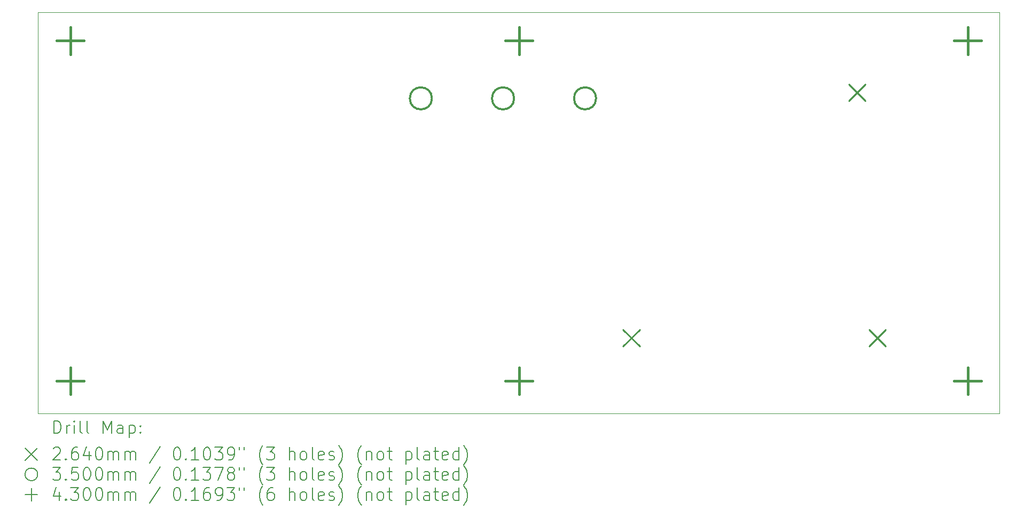
<source format=gbr>
%TF.GenerationSoftware,KiCad,Pcbnew,(6.0.7)*%
%TF.CreationDate,2022-10-11T16:46:08-05:00*%
%TF.ProjectId,cut down control board,63757420-646f-4776-9e20-636f6e74726f,rev?*%
%TF.SameCoordinates,Original*%
%TF.FileFunction,Drillmap*%
%TF.FilePolarity,Positive*%
%FSLAX45Y45*%
G04 Gerber Fmt 4.5, Leading zero omitted, Abs format (unit mm)*
G04 Created by KiCad (PCBNEW (6.0.7)) date 2022-10-11 16:46:08*
%MOMM*%
%LPD*%
G01*
G04 APERTURE LIST*
%ADD10C,0.100000*%
%ADD11C,0.200000*%
%ADD12C,0.264000*%
%ADD13C,0.350000*%
%ADD14C,0.430000*%
G04 APERTURE END LIST*
D10*
X7558119Y-6779038D02*
X22800403Y-6779038D01*
X22800403Y-6779038D02*
X22800403Y-13144880D01*
X22800403Y-13144880D02*
X7558119Y-13144880D01*
X7558119Y-13144880D02*
X7558119Y-6779038D01*
D11*
D12*
X16832532Y-11812921D02*
X17096532Y-12076921D01*
X17096532Y-11812921D02*
X16832532Y-12076921D01*
X20410032Y-7918376D02*
X20674032Y-8182376D01*
X20674032Y-7918376D02*
X20410032Y-8182376D01*
X20728775Y-11812609D02*
X20992775Y-12076609D01*
X20992775Y-11812609D02*
X20728775Y-12076609D01*
D13*
X13801986Y-8142424D02*
G75*
G03*
X13801986Y-8142424I-175000J0D01*
G01*
X15104679Y-8142424D02*
G75*
G03*
X15104679Y-8142424I-175000J0D01*
G01*
X16404373Y-8142424D02*
G75*
G03*
X16404373Y-8142424I-175000J0D01*
G01*
D14*
X8071679Y-7012758D02*
X8071679Y-7442758D01*
X7856679Y-7227758D02*
X8286679Y-7227758D01*
X8071679Y-12411612D02*
X8071679Y-12841612D01*
X7856679Y-12626612D02*
X8286679Y-12626612D01*
X15183679Y-7012758D02*
X15183679Y-7442758D01*
X14968679Y-7227758D02*
X15398679Y-7227758D01*
X15183679Y-12411612D02*
X15183679Y-12841612D01*
X14968679Y-12626612D02*
X15398679Y-12626612D01*
X22295679Y-7012758D02*
X22295679Y-7442758D01*
X22080679Y-7227758D02*
X22510679Y-7227758D01*
X22295679Y-12411612D02*
X22295679Y-12841612D01*
X22080679Y-12626612D02*
X22510679Y-12626612D01*
D11*
X7810738Y-13460356D02*
X7810738Y-13260356D01*
X7858357Y-13260356D01*
X7886928Y-13269880D01*
X7905976Y-13288928D01*
X7915500Y-13307975D01*
X7925024Y-13346070D01*
X7925024Y-13374642D01*
X7915500Y-13412737D01*
X7905976Y-13431785D01*
X7886928Y-13450832D01*
X7858357Y-13460356D01*
X7810738Y-13460356D01*
X8010738Y-13460356D02*
X8010738Y-13327023D01*
X8010738Y-13365118D02*
X8020262Y-13346070D01*
X8029785Y-13336547D01*
X8048833Y-13327023D01*
X8067881Y-13327023D01*
X8134547Y-13460356D02*
X8134547Y-13327023D01*
X8134547Y-13260356D02*
X8125024Y-13269880D01*
X8134547Y-13279404D01*
X8144071Y-13269880D01*
X8134547Y-13260356D01*
X8134547Y-13279404D01*
X8258357Y-13460356D02*
X8239309Y-13450832D01*
X8229785Y-13431785D01*
X8229785Y-13260356D01*
X8363119Y-13460356D02*
X8344071Y-13450832D01*
X8334547Y-13431785D01*
X8334547Y-13260356D01*
X8591690Y-13460356D02*
X8591690Y-13260356D01*
X8658357Y-13403213D01*
X8725024Y-13260356D01*
X8725024Y-13460356D01*
X8905976Y-13460356D02*
X8905976Y-13355594D01*
X8896452Y-13336547D01*
X8877405Y-13327023D01*
X8839309Y-13327023D01*
X8820262Y-13336547D01*
X8905976Y-13450832D02*
X8886928Y-13460356D01*
X8839309Y-13460356D01*
X8820262Y-13450832D01*
X8810738Y-13431785D01*
X8810738Y-13412737D01*
X8820262Y-13393690D01*
X8839309Y-13384166D01*
X8886928Y-13384166D01*
X8905976Y-13374642D01*
X9001214Y-13327023D02*
X9001214Y-13527023D01*
X9001214Y-13336547D02*
X9020262Y-13327023D01*
X9058357Y-13327023D01*
X9077405Y-13336547D01*
X9086928Y-13346070D01*
X9096452Y-13365118D01*
X9096452Y-13422261D01*
X9086928Y-13441309D01*
X9077405Y-13450832D01*
X9058357Y-13460356D01*
X9020262Y-13460356D01*
X9001214Y-13450832D01*
X9182167Y-13441309D02*
X9191690Y-13450832D01*
X9182167Y-13460356D01*
X9172643Y-13450832D01*
X9182167Y-13441309D01*
X9182167Y-13460356D01*
X9182167Y-13336547D02*
X9191690Y-13346070D01*
X9182167Y-13355594D01*
X9172643Y-13346070D01*
X9182167Y-13336547D01*
X9182167Y-13355594D01*
X7353119Y-13689880D02*
X7553119Y-13889880D01*
X7553119Y-13689880D02*
X7353119Y-13889880D01*
X7801214Y-13699404D02*
X7810738Y-13689880D01*
X7829785Y-13680356D01*
X7877405Y-13680356D01*
X7896452Y-13689880D01*
X7905976Y-13699404D01*
X7915500Y-13718451D01*
X7915500Y-13737499D01*
X7905976Y-13766070D01*
X7791690Y-13880356D01*
X7915500Y-13880356D01*
X8001214Y-13861309D02*
X8010738Y-13870832D01*
X8001214Y-13880356D01*
X7991690Y-13870832D01*
X8001214Y-13861309D01*
X8001214Y-13880356D01*
X8182166Y-13680356D02*
X8144071Y-13680356D01*
X8125024Y-13689880D01*
X8115500Y-13699404D01*
X8096452Y-13727975D01*
X8086928Y-13766070D01*
X8086928Y-13842261D01*
X8096452Y-13861309D01*
X8105976Y-13870832D01*
X8125024Y-13880356D01*
X8163119Y-13880356D01*
X8182166Y-13870832D01*
X8191690Y-13861309D01*
X8201214Y-13842261D01*
X8201214Y-13794642D01*
X8191690Y-13775594D01*
X8182166Y-13766070D01*
X8163119Y-13756547D01*
X8125024Y-13756547D01*
X8105976Y-13766070D01*
X8096452Y-13775594D01*
X8086928Y-13794642D01*
X8372643Y-13747023D02*
X8372643Y-13880356D01*
X8325024Y-13670832D02*
X8277405Y-13813690D01*
X8401214Y-13813690D01*
X8515500Y-13680356D02*
X8534547Y-13680356D01*
X8553595Y-13689880D01*
X8563119Y-13699404D01*
X8572643Y-13718451D01*
X8582167Y-13756547D01*
X8582167Y-13804166D01*
X8572643Y-13842261D01*
X8563119Y-13861309D01*
X8553595Y-13870832D01*
X8534547Y-13880356D01*
X8515500Y-13880356D01*
X8496452Y-13870832D01*
X8486928Y-13861309D01*
X8477405Y-13842261D01*
X8467881Y-13804166D01*
X8467881Y-13756547D01*
X8477405Y-13718451D01*
X8486928Y-13699404D01*
X8496452Y-13689880D01*
X8515500Y-13680356D01*
X8667881Y-13880356D02*
X8667881Y-13747023D01*
X8667881Y-13766070D02*
X8677405Y-13756547D01*
X8696452Y-13747023D01*
X8725024Y-13747023D01*
X8744071Y-13756547D01*
X8753595Y-13775594D01*
X8753595Y-13880356D01*
X8753595Y-13775594D02*
X8763119Y-13756547D01*
X8782167Y-13747023D01*
X8810738Y-13747023D01*
X8829786Y-13756547D01*
X8839309Y-13775594D01*
X8839309Y-13880356D01*
X8934547Y-13880356D02*
X8934547Y-13747023D01*
X8934547Y-13766070D02*
X8944071Y-13756547D01*
X8963119Y-13747023D01*
X8991690Y-13747023D01*
X9010738Y-13756547D01*
X9020262Y-13775594D01*
X9020262Y-13880356D01*
X9020262Y-13775594D02*
X9029786Y-13756547D01*
X9048833Y-13747023D01*
X9077405Y-13747023D01*
X9096452Y-13756547D01*
X9105976Y-13775594D01*
X9105976Y-13880356D01*
X9496452Y-13670832D02*
X9325024Y-13927975D01*
X9753595Y-13680356D02*
X9772643Y-13680356D01*
X9791690Y-13689880D01*
X9801214Y-13699404D01*
X9810738Y-13718451D01*
X9820262Y-13756547D01*
X9820262Y-13804166D01*
X9810738Y-13842261D01*
X9801214Y-13861309D01*
X9791690Y-13870832D01*
X9772643Y-13880356D01*
X9753595Y-13880356D01*
X9734547Y-13870832D01*
X9725024Y-13861309D01*
X9715500Y-13842261D01*
X9705976Y-13804166D01*
X9705976Y-13756547D01*
X9715500Y-13718451D01*
X9725024Y-13699404D01*
X9734547Y-13689880D01*
X9753595Y-13680356D01*
X9905976Y-13861309D02*
X9915500Y-13870832D01*
X9905976Y-13880356D01*
X9896452Y-13870832D01*
X9905976Y-13861309D01*
X9905976Y-13880356D01*
X10105976Y-13880356D02*
X9991690Y-13880356D01*
X10048833Y-13880356D02*
X10048833Y-13680356D01*
X10029786Y-13708928D01*
X10010738Y-13727975D01*
X9991690Y-13737499D01*
X10229786Y-13680356D02*
X10248833Y-13680356D01*
X10267881Y-13689880D01*
X10277405Y-13699404D01*
X10286928Y-13718451D01*
X10296452Y-13756547D01*
X10296452Y-13804166D01*
X10286928Y-13842261D01*
X10277405Y-13861309D01*
X10267881Y-13870832D01*
X10248833Y-13880356D01*
X10229786Y-13880356D01*
X10210738Y-13870832D01*
X10201214Y-13861309D01*
X10191690Y-13842261D01*
X10182167Y-13804166D01*
X10182167Y-13756547D01*
X10191690Y-13718451D01*
X10201214Y-13699404D01*
X10210738Y-13689880D01*
X10229786Y-13680356D01*
X10363119Y-13680356D02*
X10486928Y-13680356D01*
X10420262Y-13756547D01*
X10448833Y-13756547D01*
X10467881Y-13766070D01*
X10477405Y-13775594D01*
X10486928Y-13794642D01*
X10486928Y-13842261D01*
X10477405Y-13861309D01*
X10467881Y-13870832D01*
X10448833Y-13880356D01*
X10391690Y-13880356D01*
X10372643Y-13870832D01*
X10363119Y-13861309D01*
X10582167Y-13880356D02*
X10620262Y-13880356D01*
X10639309Y-13870832D01*
X10648833Y-13861309D01*
X10667881Y-13832737D01*
X10677405Y-13794642D01*
X10677405Y-13718451D01*
X10667881Y-13699404D01*
X10658357Y-13689880D01*
X10639309Y-13680356D01*
X10601214Y-13680356D01*
X10582167Y-13689880D01*
X10572643Y-13699404D01*
X10563119Y-13718451D01*
X10563119Y-13766070D01*
X10572643Y-13785118D01*
X10582167Y-13794642D01*
X10601214Y-13804166D01*
X10639309Y-13804166D01*
X10658357Y-13794642D01*
X10667881Y-13785118D01*
X10677405Y-13766070D01*
X10753595Y-13680356D02*
X10753595Y-13718451D01*
X10829786Y-13680356D02*
X10829786Y-13718451D01*
X11125024Y-13956547D02*
X11115500Y-13947023D01*
X11096452Y-13918451D01*
X11086928Y-13899404D01*
X11077405Y-13870832D01*
X11067881Y-13823213D01*
X11067881Y-13785118D01*
X11077405Y-13737499D01*
X11086928Y-13708928D01*
X11096452Y-13689880D01*
X11115500Y-13661309D01*
X11125024Y-13651785D01*
X11182167Y-13680356D02*
X11305976Y-13680356D01*
X11239309Y-13756547D01*
X11267881Y-13756547D01*
X11286928Y-13766070D01*
X11296452Y-13775594D01*
X11305976Y-13794642D01*
X11305976Y-13842261D01*
X11296452Y-13861309D01*
X11286928Y-13870832D01*
X11267881Y-13880356D01*
X11210738Y-13880356D01*
X11191690Y-13870832D01*
X11182167Y-13861309D01*
X11544071Y-13880356D02*
X11544071Y-13680356D01*
X11629785Y-13880356D02*
X11629785Y-13775594D01*
X11620262Y-13756547D01*
X11601214Y-13747023D01*
X11572643Y-13747023D01*
X11553595Y-13756547D01*
X11544071Y-13766070D01*
X11753595Y-13880356D02*
X11734547Y-13870832D01*
X11725024Y-13861309D01*
X11715500Y-13842261D01*
X11715500Y-13785118D01*
X11725024Y-13766070D01*
X11734547Y-13756547D01*
X11753595Y-13747023D01*
X11782166Y-13747023D01*
X11801214Y-13756547D01*
X11810738Y-13766070D01*
X11820262Y-13785118D01*
X11820262Y-13842261D01*
X11810738Y-13861309D01*
X11801214Y-13870832D01*
X11782166Y-13880356D01*
X11753595Y-13880356D01*
X11934547Y-13880356D02*
X11915500Y-13870832D01*
X11905976Y-13851785D01*
X11905976Y-13680356D01*
X12086928Y-13870832D02*
X12067881Y-13880356D01*
X12029785Y-13880356D01*
X12010738Y-13870832D01*
X12001214Y-13851785D01*
X12001214Y-13775594D01*
X12010738Y-13756547D01*
X12029785Y-13747023D01*
X12067881Y-13747023D01*
X12086928Y-13756547D01*
X12096452Y-13775594D01*
X12096452Y-13794642D01*
X12001214Y-13813690D01*
X12172643Y-13870832D02*
X12191690Y-13880356D01*
X12229785Y-13880356D01*
X12248833Y-13870832D01*
X12258357Y-13851785D01*
X12258357Y-13842261D01*
X12248833Y-13823213D01*
X12229785Y-13813690D01*
X12201214Y-13813690D01*
X12182166Y-13804166D01*
X12172643Y-13785118D01*
X12172643Y-13775594D01*
X12182166Y-13756547D01*
X12201214Y-13747023D01*
X12229785Y-13747023D01*
X12248833Y-13756547D01*
X12325024Y-13956547D02*
X12334547Y-13947023D01*
X12353595Y-13918451D01*
X12363119Y-13899404D01*
X12372643Y-13870832D01*
X12382166Y-13823213D01*
X12382166Y-13785118D01*
X12372643Y-13737499D01*
X12363119Y-13708928D01*
X12353595Y-13689880D01*
X12334547Y-13661309D01*
X12325024Y-13651785D01*
X12686928Y-13956547D02*
X12677405Y-13947023D01*
X12658357Y-13918451D01*
X12648833Y-13899404D01*
X12639309Y-13870832D01*
X12629785Y-13823213D01*
X12629785Y-13785118D01*
X12639309Y-13737499D01*
X12648833Y-13708928D01*
X12658357Y-13689880D01*
X12677405Y-13661309D01*
X12686928Y-13651785D01*
X12763119Y-13747023D02*
X12763119Y-13880356D01*
X12763119Y-13766070D02*
X12772643Y-13756547D01*
X12791690Y-13747023D01*
X12820262Y-13747023D01*
X12839309Y-13756547D01*
X12848833Y-13775594D01*
X12848833Y-13880356D01*
X12972643Y-13880356D02*
X12953595Y-13870832D01*
X12944071Y-13861309D01*
X12934547Y-13842261D01*
X12934547Y-13785118D01*
X12944071Y-13766070D01*
X12953595Y-13756547D01*
X12972643Y-13747023D01*
X13001214Y-13747023D01*
X13020262Y-13756547D01*
X13029785Y-13766070D01*
X13039309Y-13785118D01*
X13039309Y-13842261D01*
X13029785Y-13861309D01*
X13020262Y-13870832D01*
X13001214Y-13880356D01*
X12972643Y-13880356D01*
X13096452Y-13747023D02*
X13172643Y-13747023D01*
X13125024Y-13680356D02*
X13125024Y-13851785D01*
X13134547Y-13870832D01*
X13153595Y-13880356D01*
X13172643Y-13880356D01*
X13391690Y-13747023D02*
X13391690Y-13947023D01*
X13391690Y-13756547D02*
X13410738Y-13747023D01*
X13448833Y-13747023D01*
X13467881Y-13756547D01*
X13477405Y-13766070D01*
X13486928Y-13785118D01*
X13486928Y-13842261D01*
X13477405Y-13861309D01*
X13467881Y-13870832D01*
X13448833Y-13880356D01*
X13410738Y-13880356D01*
X13391690Y-13870832D01*
X13601214Y-13880356D02*
X13582166Y-13870832D01*
X13572643Y-13851785D01*
X13572643Y-13680356D01*
X13763119Y-13880356D02*
X13763119Y-13775594D01*
X13753595Y-13756547D01*
X13734547Y-13747023D01*
X13696452Y-13747023D01*
X13677405Y-13756547D01*
X13763119Y-13870832D02*
X13744071Y-13880356D01*
X13696452Y-13880356D01*
X13677405Y-13870832D01*
X13667881Y-13851785D01*
X13667881Y-13832737D01*
X13677405Y-13813690D01*
X13696452Y-13804166D01*
X13744071Y-13804166D01*
X13763119Y-13794642D01*
X13829785Y-13747023D02*
X13905976Y-13747023D01*
X13858357Y-13680356D02*
X13858357Y-13851785D01*
X13867881Y-13870832D01*
X13886928Y-13880356D01*
X13905976Y-13880356D01*
X14048833Y-13870832D02*
X14029785Y-13880356D01*
X13991690Y-13880356D01*
X13972643Y-13870832D01*
X13963119Y-13851785D01*
X13963119Y-13775594D01*
X13972643Y-13756547D01*
X13991690Y-13747023D01*
X14029785Y-13747023D01*
X14048833Y-13756547D01*
X14058357Y-13775594D01*
X14058357Y-13794642D01*
X13963119Y-13813690D01*
X14229785Y-13880356D02*
X14229785Y-13680356D01*
X14229785Y-13870832D02*
X14210738Y-13880356D01*
X14172643Y-13880356D01*
X14153595Y-13870832D01*
X14144071Y-13861309D01*
X14134547Y-13842261D01*
X14134547Y-13785118D01*
X14144071Y-13766070D01*
X14153595Y-13756547D01*
X14172643Y-13747023D01*
X14210738Y-13747023D01*
X14229785Y-13756547D01*
X14305976Y-13956547D02*
X14315500Y-13947023D01*
X14334547Y-13918451D01*
X14344071Y-13899404D01*
X14353595Y-13870832D01*
X14363119Y-13823213D01*
X14363119Y-13785118D01*
X14353595Y-13737499D01*
X14344071Y-13708928D01*
X14334547Y-13689880D01*
X14315500Y-13661309D01*
X14305976Y-13651785D01*
X7553119Y-14109880D02*
G75*
G03*
X7553119Y-14109880I-100000J0D01*
G01*
X7791690Y-14000356D02*
X7915500Y-14000356D01*
X7848833Y-14076547D01*
X7877405Y-14076547D01*
X7896452Y-14086070D01*
X7905976Y-14095594D01*
X7915500Y-14114642D01*
X7915500Y-14162261D01*
X7905976Y-14181309D01*
X7896452Y-14190832D01*
X7877405Y-14200356D01*
X7820262Y-14200356D01*
X7801214Y-14190832D01*
X7791690Y-14181309D01*
X8001214Y-14181309D02*
X8010738Y-14190832D01*
X8001214Y-14200356D01*
X7991690Y-14190832D01*
X8001214Y-14181309D01*
X8001214Y-14200356D01*
X8191690Y-14000356D02*
X8096452Y-14000356D01*
X8086928Y-14095594D01*
X8096452Y-14086070D01*
X8115500Y-14076547D01*
X8163119Y-14076547D01*
X8182166Y-14086070D01*
X8191690Y-14095594D01*
X8201214Y-14114642D01*
X8201214Y-14162261D01*
X8191690Y-14181309D01*
X8182166Y-14190832D01*
X8163119Y-14200356D01*
X8115500Y-14200356D01*
X8096452Y-14190832D01*
X8086928Y-14181309D01*
X8325024Y-14000356D02*
X8344071Y-14000356D01*
X8363119Y-14009880D01*
X8372643Y-14019404D01*
X8382166Y-14038451D01*
X8391690Y-14076547D01*
X8391690Y-14124166D01*
X8382166Y-14162261D01*
X8372643Y-14181309D01*
X8363119Y-14190832D01*
X8344071Y-14200356D01*
X8325024Y-14200356D01*
X8305976Y-14190832D01*
X8296452Y-14181309D01*
X8286928Y-14162261D01*
X8277405Y-14124166D01*
X8277405Y-14076547D01*
X8286928Y-14038451D01*
X8296452Y-14019404D01*
X8305976Y-14009880D01*
X8325024Y-14000356D01*
X8515500Y-14000356D02*
X8534547Y-14000356D01*
X8553595Y-14009880D01*
X8563119Y-14019404D01*
X8572643Y-14038451D01*
X8582167Y-14076547D01*
X8582167Y-14124166D01*
X8572643Y-14162261D01*
X8563119Y-14181309D01*
X8553595Y-14190832D01*
X8534547Y-14200356D01*
X8515500Y-14200356D01*
X8496452Y-14190832D01*
X8486928Y-14181309D01*
X8477405Y-14162261D01*
X8467881Y-14124166D01*
X8467881Y-14076547D01*
X8477405Y-14038451D01*
X8486928Y-14019404D01*
X8496452Y-14009880D01*
X8515500Y-14000356D01*
X8667881Y-14200356D02*
X8667881Y-14067023D01*
X8667881Y-14086070D02*
X8677405Y-14076547D01*
X8696452Y-14067023D01*
X8725024Y-14067023D01*
X8744071Y-14076547D01*
X8753595Y-14095594D01*
X8753595Y-14200356D01*
X8753595Y-14095594D02*
X8763119Y-14076547D01*
X8782167Y-14067023D01*
X8810738Y-14067023D01*
X8829786Y-14076547D01*
X8839309Y-14095594D01*
X8839309Y-14200356D01*
X8934547Y-14200356D02*
X8934547Y-14067023D01*
X8934547Y-14086070D02*
X8944071Y-14076547D01*
X8963119Y-14067023D01*
X8991690Y-14067023D01*
X9010738Y-14076547D01*
X9020262Y-14095594D01*
X9020262Y-14200356D01*
X9020262Y-14095594D02*
X9029786Y-14076547D01*
X9048833Y-14067023D01*
X9077405Y-14067023D01*
X9096452Y-14076547D01*
X9105976Y-14095594D01*
X9105976Y-14200356D01*
X9496452Y-13990832D02*
X9325024Y-14247975D01*
X9753595Y-14000356D02*
X9772643Y-14000356D01*
X9791690Y-14009880D01*
X9801214Y-14019404D01*
X9810738Y-14038451D01*
X9820262Y-14076547D01*
X9820262Y-14124166D01*
X9810738Y-14162261D01*
X9801214Y-14181309D01*
X9791690Y-14190832D01*
X9772643Y-14200356D01*
X9753595Y-14200356D01*
X9734547Y-14190832D01*
X9725024Y-14181309D01*
X9715500Y-14162261D01*
X9705976Y-14124166D01*
X9705976Y-14076547D01*
X9715500Y-14038451D01*
X9725024Y-14019404D01*
X9734547Y-14009880D01*
X9753595Y-14000356D01*
X9905976Y-14181309D02*
X9915500Y-14190832D01*
X9905976Y-14200356D01*
X9896452Y-14190832D01*
X9905976Y-14181309D01*
X9905976Y-14200356D01*
X10105976Y-14200356D02*
X9991690Y-14200356D01*
X10048833Y-14200356D02*
X10048833Y-14000356D01*
X10029786Y-14028928D01*
X10010738Y-14047975D01*
X9991690Y-14057499D01*
X10172643Y-14000356D02*
X10296452Y-14000356D01*
X10229786Y-14076547D01*
X10258357Y-14076547D01*
X10277405Y-14086070D01*
X10286928Y-14095594D01*
X10296452Y-14114642D01*
X10296452Y-14162261D01*
X10286928Y-14181309D01*
X10277405Y-14190832D01*
X10258357Y-14200356D01*
X10201214Y-14200356D01*
X10182167Y-14190832D01*
X10172643Y-14181309D01*
X10363119Y-14000356D02*
X10496452Y-14000356D01*
X10410738Y-14200356D01*
X10601214Y-14086070D02*
X10582167Y-14076547D01*
X10572643Y-14067023D01*
X10563119Y-14047975D01*
X10563119Y-14038451D01*
X10572643Y-14019404D01*
X10582167Y-14009880D01*
X10601214Y-14000356D01*
X10639309Y-14000356D01*
X10658357Y-14009880D01*
X10667881Y-14019404D01*
X10677405Y-14038451D01*
X10677405Y-14047975D01*
X10667881Y-14067023D01*
X10658357Y-14076547D01*
X10639309Y-14086070D01*
X10601214Y-14086070D01*
X10582167Y-14095594D01*
X10572643Y-14105118D01*
X10563119Y-14124166D01*
X10563119Y-14162261D01*
X10572643Y-14181309D01*
X10582167Y-14190832D01*
X10601214Y-14200356D01*
X10639309Y-14200356D01*
X10658357Y-14190832D01*
X10667881Y-14181309D01*
X10677405Y-14162261D01*
X10677405Y-14124166D01*
X10667881Y-14105118D01*
X10658357Y-14095594D01*
X10639309Y-14086070D01*
X10753595Y-14000356D02*
X10753595Y-14038451D01*
X10829786Y-14000356D02*
X10829786Y-14038451D01*
X11125024Y-14276547D02*
X11115500Y-14267023D01*
X11096452Y-14238451D01*
X11086928Y-14219404D01*
X11077405Y-14190832D01*
X11067881Y-14143213D01*
X11067881Y-14105118D01*
X11077405Y-14057499D01*
X11086928Y-14028928D01*
X11096452Y-14009880D01*
X11115500Y-13981309D01*
X11125024Y-13971785D01*
X11182167Y-14000356D02*
X11305976Y-14000356D01*
X11239309Y-14076547D01*
X11267881Y-14076547D01*
X11286928Y-14086070D01*
X11296452Y-14095594D01*
X11305976Y-14114642D01*
X11305976Y-14162261D01*
X11296452Y-14181309D01*
X11286928Y-14190832D01*
X11267881Y-14200356D01*
X11210738Y-14200356D01*
X11191690Y-14190832D01*
X11182167Y-14181309D01*
X11544071Y-14200356D02*
X11544071Y-14000356D01*
X11629785Y-14200356D02*
X11629785Y-14095594D01*
X11620262Y-14076547D01*
X11601214Y-14067023D01*
X11572643Y-14067023D01*
X11553595Y-14076547D01*
X11544071Y-14086070D01*
X11753595Y-14200356D02*
X11734547Y-14190832D01*
X11725024Y-14181309D01*
X11715500Y-14162261D01*
X11715500Y-14105118D01*
X11725024Y-14086070D01*
X11734547Y-14076547D01*
X11753595Y-14067023D01*
X11782166Y-14067023D01*
X11801214Y-14076547D01*
X11810738Y-14086070D01*
X11820262Y-14105118D01*
X11820262Y-14162261D01*
X11810738Y-14181309D01*
X11801214Y-14190832D01*
X11782166Y-14200356D01*
X11753595Y-14200356D01*
X11934547Y-14200356D02*
X11915500Y-14190832D01*
X11905976Y-14171785D01*
X11905976Y-14000356D01*
X12086928Y-14190832D02*
X12067881Y-14200356D01*
X12029785Y-14200356D01*
X12010738Y-14190832D01*
X12001214Y-14171785D01*
X12001214Y-14095594D01*
X12010738Y-14076547D01*
X12029785Y-14067023D01*
X12067881Y-14067023D01*
X12086928Y-14076547D01*
X12096452Y-14095594D01*
X12096452Y-14114642D01*
X12001214Y-14133690D01*
X12172643Y-14190832D02*
X12191690Y-14200356D01*
X12229785Y-14200356D01*
X12248833Y-14190832D01*
X12258357Y-14171785D01*
X12258357Y-14162261D01*
X12248833Y-14143213D01*
X12229785Y-14133690D01*
X12201214Y-14133690D01*
X12182166Y-14124166D01*
X12172643Y-14105118D01*
X12172643Y-14095594D01*
X12182166Y-14076547D01*
X12201214Y-14067023D01*
X12229785Y-14067023D01*
X12248833Y-14076547D01*
X12325024Y-14276547D02*
X12334547Y-14267023D01*
X12353595Y-14238451D01*
X12363119Y-14219404D01*
X12372643Y-14190832D01*
X12382166Y-14143213D01*
X12382166Y-14105118D01*
X12372643Y-14057499D01*
X12363119Y-14028928D01*
X12353595Y-14009880D01*
X12334547Y-13981309D01*
X12325024Y-13971785D01*
X12686928Y-14276547D02*
X12677405Y-14267023D01*
X12658357Y-14238451D01*
X12648833Y-14219404D01*
X12639309Y-14190832D01*
X12629785Y-14143213D01*
X12629785Y-14105118D01*
X12639309Y-14057499D01*
X12648833Y-14028928D01*
X12658357Y-14009880D01*
X12677405Y-13981309D01*
X12686928Y-13971785D01*
X12763119Y-14067023D02*
X12763119Y-14200356D01*
X12763119Y-14086070D02*
X12772643Y-14076547D01*
X12791690Y-14067023D01*
X12820262Y-14067023D01*
X12839309Y-14076547D01*
X12848833Y-14095594D01*
X12848833Y-14200356D01*
X12972643Y-14200356D02*
X12953595Y-14190832D01*
X12944071Y-14181309D01*
X12934547Y-14162261D01*
X12934547Y-14105118D01*
X12944071Y-14086070D01*
X12953595Y-14076547D01*
X12972643Y-14067023D01*
X13001214Y-14067023D01*
X13020262Y-14076547D01*
X13029785Y-14086070D01*
X13039309Y-14105118D01*
X13039309Y-14162261D01*
X13029785Y-14181309D01*
X13020262Y-14190832D01*
X13001214Y-14200356D01*
X12972643Y-14200356D01*
X13096452Y-14067023D02*
X13172643Y-14067023D01*
X13125024Y-14000356D02*
X13125024Y-14171785D01*
X13134547Y-14190832D01*
X13153595Y-14200356D01*
X13172643Y-14200356D01*
X13391690Y-14067023D02*
X13391690Y-14267023D01*
X13391690Y-14076547D02*
X13410738Y-14067023D01*
X13448833Y-14067023D01*
X13467881Y-14076547D01*
X13477405Y-14086070D01*
X13486928Y-14105118D01*
X13486928Y-14162261D01*
X13477405Y-14181309D01*
X13467881Y-14190832D01*
X13448833Y-14200356D01*
X13410738Y-14200356D01*
X13391690Y-14190832D01*
X13601214Y-14200356D02*
X13582166Y-14190832D01*
X13572643Y-14171785D01*
X13572643Y-14000356D01*
X13763119Y-14200356D02*
X13763119Y-14095594D01*
X13753595Y-14076547D01*
X13734547Y-14067023D01*
X13696452Y-14067023D01*
X13677405Y-14076547D01*
X13763119Y-14190832D02*
X13744071Y-14200356D01*
X13696452Y-14200356D01*
X13677405Y-14190832D01*
X13667881Y-14171785D01*
X13667881Y-14152737D01*
X13677405Y-14133690D01*
X13696452Y-14124166D01*
X13744071Y-14124166D01*
X13763119Y-14114642D01*
X13829785Y-14067023D02*
X13905976Y-14067023D01*
X13858357Y-14000356D02*
X13858357Y-14171785D01*
X13867881Y-14190832D01*
X13886928Y-14200356D01*
X13905976Y-14200356D01*
X14048833Y-14190832D02*
X14029785Y-14200356D01*
X13991690Y-14200356D01*
X13972643Y-14190832D01*
X13963119Y-14171785D01*
X13963119Y-14095594D01*
X13972643Y-14076547D01*
X13991690Y-14067023D01*
X14029785Y-14067023D01*
X14048833Y-14076547D01*
X14058357Y-14095594D01*
X14058357Y-14114642D01*
X13963119Y-14133690D01*
X14229785Y-14200356D02*
X14229785Y-14000356D01*
X14229785Y-14190832D02*
X14210738Y-14200356D01*
X14172643Y-14200356D01*
X14153595Y-14190832D01*
X14144071Y-14181309D01*
X14134547Y-14162261D01*
X14134547Y-14105118D01*
X14144071Y-14086070D01*
X14153595Y-14076547D01*
X14172643Y-14067023D01*
X14210738Y-14067023D01*
X14229785Y-14076547D01*
X14305976Y-14276547D02*
X14315500Y-14267023D01*
X14334547Y-14238451D01*
X14344071Y-14219404D01*
X14353595Y-14190832D01*
X14363119Y-14143213D01*
X14363119Y-14105118D01*
X14353595Y-14057499D01*
X14344071Y-14028928D01*
X14334547Y-14009880D01*
X14315500Y-13981309D01*
X14305976Y-13971785D01*
X7453119Y-14329880D02*
X7453119Y-14529880D01*
X7353119Y-14429880D02*
X7553119Y-14429880D01*
X7896452Y-14387023D02*
X7896452Y-14520356D01*
X7848833Y-14310832D02*
X7801214Y-14453690D01*
X7925024Y-14453690D01*
X8001214Y-14501309D02*
X8010738Y-14510832D01*
X8001214Y-14520356D01*
X7991690Y-14510832D01*
X8001214Y-14501309D01*
X8001214Y-14520356D01*
X8077405Y-14320356D02*
X8201214Y-14320356D01*
X8134547Y-14396547D01*
X8163119Y-14396547D01*
X8182166Y-14406070D01*
X8191690Y-14415594D01*
X8201214Y-14434642D01*
X8201214Y-14482261D01*
X8191690Y-14501309D01*
X8182166Y-14510832D01*
X8163119Y-14520356D01*
X8105976Y-14520356D01*
X8086928Y-14510832D01*
X8077405Y-14501309D01*
X8325024Y-14320356D02*
X8344071Y-14320356D01*
X8363119Y-14329880D01*
X8372643Y-14339404D01*
X8382166Y-14358451D01*
X8391690Y-14396547D01*
X8391690Y-14444166D01*
X8382166Y-14482261D01*
X8372643Y-14501309D01*
X8363119Y-14510832D01*
X8344071Y-14520356D01*
X8325024Y-14520356D01*
X8305976Y-14510832D01*
X8296452Y-14501309D01*
X8286928Y-14482261D01*
X8277405Y-14444166D01*
X8277405Y-14396547D01*
X8286928Y-14358451D01*
X8296452Y-14339404D01*
X8305976Y-14329880D01*
X8325024Y-14320356D01*
X8515500Y-14320356D02*
X8534547Y-14320356D01*
X8553595Y-14329880D01*
X8563119Y-14339404D01*
X8572643Y-14358451D01*
X8582167Y-14396547D01*
X8582167Y-14444166D01*
X8572643Y-14482261D01*
X8563119Y-14501309D01*
X8553595Y-14510832D01*
X8534547Y-14520356D01*
X8515500Y-14520356D01*
X8496452Y-14510832D01*
X8486928Y-14501309D01*
X8477405Y-14482261D01*
X8467881Y-14444166D01*
X8467881Y-14396547D01*
X8477405Y-14358451D01*
X8486928Y-14339404D01*
X8496452Y-14329880D01*
X8515500Y-14320356D01*
X8667881Y-14520356D02*
X8667881Y-14387023D01*
X8667881Y-14406070D02*
X8677405Y-14396547D01*
X8696452Y-14387023D01*
X8725024Y-14387023D01*
X8744071Y-14396547D01*
X8753595Y-14415594D01*
X8753595Y-14520356D01*
X8753595Y-14415594D02*
X8763119Y-14396547D01*
X8782167Y-14387023D01*
X8810738Y-14387023D01*
X8829786Y-14396547D01*
X8839309Y-14415594D01*
X8839309Y-14520356D01*
X8934547Y-14520356D02*
X8934547Y-14387023D01*
X8934547Y-14406070D02*
X8944071Y-14396547D01*
X8963119Y-14387023D01*
X8991690Y-14387023D01*
X9010738Y-14396547D01*
X9020262Y-14415594D01*
X9020262Y-14520356D01*
X9020262Y-14415594D02*
X9029786Y-14396547D01*
X9048833Y-14387023D01*
X9077405Y-14387023D01*
X9096452Y-14396547D01*
X9105976Y-14415594D01*
X9105976Y-14520356D01*
X9496452Y-14310832D02*
X9325024Y-14567975D01*
X9753595Y-14320356D02*
X9772643Y-14320356D01*
X9791690Y-14329880D01*
X9801214Y-14339404D01*
X9810738Y-14358451D01*
X9820262Y-14396547D01*
X9820262Y-14444166D01*
X9810738Y-14482261D01*
X9801214Y-14501309D01*
X9791690Y-14510832D01*
X9772643Y-14520356D01*
X9753595Y-14520356D01*
X9734547Y-14510832D01*
X9725024Y-14501309D01*
X9715500Y-14482261D01*
X9705976Y-14444166D01*
X9705976Y-14396547D01*
X9715500Y-14358451D01*
X9725024Y-14339404D01*
X9734547Y-14329880D01*
X9753595Y-14320356D01*
X9905976Y-14501309D02*
X9915500Y-14510832D01*
X9905976Y-14520356D01*
X9896452Y-14510832D01*
X9905976Y-14501309D01*
X9905976Y-14520356D01*
X10105976Y-14520356D02*
X9991690Y-14520356D01*
X10048833Y-14520356D02*
X10048833Y-14320356D01*
X10029786Y-14348928D01*
X10010738Y-14367975D01*
X9991690Y-14377499D01*
X10277405Y-14320356D02*
X10239309Y-14320356D01*
X10220262Y-14329880D01*
X10210738Y-14339404D01*
X10191690Y-14367975D01*
X10182167Y-14406070D01*
X10182167Y-14482261D01*
X10191690Y-14501309D01*
X10201214Y-14510832D01*
X10220262Y-14520356D01*
X10258357Y-14520356D01*
X10277405Y-14510832D01*
X10286928Y-14501309D01*
X10296452Y-14482261D01*
X10296452Y-14434642D01*
X10286928Y-14415594D01*
X10277405Y-14406070D01*
X10258357Y-14396547D01*
X10220262Y-14396547D01*
X10201214Y-14406070D01*
X10191690Y-14415594D01*
X10182167Y-14434642D01*
X10391690Y-14520356D02*
X10429786Y-14520356D01*
X10448833Y-14510832D01*
X10458357Y-14501309D01*
X10477405Y-14472737D01*
X10486928Y-14434642D01*
X10486928Y-14358451D01*
X10477405Y-14339404D01*
X10467881Y-14329880D01*
X10448833Y-14320356D01*
X10410738Y-14320356D01*
X10391690Y-14329880D01*
X10382167Y-14339404D01*
X10372643Y-14358451D01*
X10372643Y-14406070D01*
X10382167Y-14425118D01*
X10391690Y-14434642D01*
X10410738Y-14444166D01*
X10448833Y-14444166D01*
X10467881Y-14434642D01*
X10477405Y-14425118D01*
X10486928Y-14406070D01*
X10553595Y-14320356D02*
X10677405Y-14320356D01*
X10610738Y-14396547D01*
X10639309Y-14396547D01*
X10658357Y-14406070D01*
X10667881Y-14415594D01*
X10677405Y-14434642D01*
X10677405Y-14482261D01*
X10667881Y-14501309D01*
X10658357Y-14510832D01*
X10639309Y-14520356D01*
X10582167Y-14520356D01*
X10563119Y-14510832D01*
X10553595Y-14501309D01*
X10753595Y-14320356D02*
X10753595Y-14358451D01*
X10829786Y-14320356D02*
X10829786Y-14358451D01*
X11125024Y-14596547D02*
X11115500Y-14587023D01*
X11096452Y-14558451D01*
X11086928Y-14539404D01*
X11077405Y-14510832D01*
X11067881Y-14463213D01*
X11067881Y-14425118D01*
X11077405Y-14377499D01*
X11086928Y-14348928D01*
X11096452Y-14329880D01*
X11115500Y-14301309D01*
X11125024Y-14291785D01*
X11286928Y-14320356D02*
X11248833Y-14320356D01*
X11229785Y-14329880D01*
X11220262Y-14339404D01*
X11201214Y-14367975D01*
X11191690Y-14406070D01*
X11191690Y-14482261D01*
X11201214Y-14501309D01*
X11210738Y-14510832D01*
X11229785Y-14520356D01*
X11267881Y-14520356D01*
X11286928Y-14510832D01*
X11296452Y-14501309D01*
X11305976Y-14482261D01*
X11305976Y-14434642D01*
X11296452Y-14415594D01*
X11286928Y-14406070D01*
X11267881Y-14396547D01*
X11229785Y-14396547D01*
X11210738Y-14406070D01*
X11201214Y-14415594D01*
X11191690Y-14434642D01*
X11544071Y-14520356D02*
X11544071Y-14320356D01*
X11629785Y-14520356D02*
X11629785Y-14415594D01*
X11620262Y-14396547D01*
X11601214Y-14387023D01*
X11572643Y-14387023D01*
X11553595Y-14396547D01*
X11544071Y-14406070D01*
X11753595Y-14520356D02*
X11734547Y-14510832D01*
X11725024Y-14501309D01*
X11715500Y-14482261D01*
X11715500Y-14425118D01*
X11725024Y-14406070D01*
X11734547Y-14396547D01*
X11753595Y-14387023D01*
X11782166Y-14387023D01*
X11801214Y-14396547D01*
X11810738Y-14406070D01*
X11820262Y-14425118D01*
X11820262Y-14482261D01*
X11810738Y-14501309D01*
X11801214Y-14510832D01*
X11782166Y-14520356D01*
X11753595Y-14520356D01*
X11934547Y-14520356D02*
X11915500Y-14510832D01*
X11905976Y-14491785D01*
X11905976Y-14320356D01*
X12086928Y-14510832D02*
X12067881Y-14520356D01*
X12029785Y-14520356D01*
X12010738Y-14510832D01*
X12001214Y-14491785D01*
X12001214Y-14415594D01*
X12010738Y-14396547D01*
X12029785Y-14387023D01*
X12067881Y-14387023D01*
X12086928Y-14396547D01*
X12096452Y-14415594D01*
X12096452Y-14434642D01*
X12001214Y-14453690D01*
X12172643Y-14510832D02*
X12191690Y-14520356D01*
X12229785Y-14520356D01*
X12248833Y-14510832D01*
X12258357Y-14491785D01*
X12258357Y-14482261D01*
X12248833Y-14463213D01*
X12229785Y-14453690D01*
X12201214Y-14453690D01*
X12182166Y-14444166D01*
X12172643Y-14425118D01*
X12172643Y-14415594D01*
X12182166Y-14396547D01*
X12201214Y-14387023D01*
X12229785Y-14387023D01*
X12248833Y-14396547D01*
X12325024Y-14596547D02*
X12334547Y-14587023D01*
X12353595Y-14558451D01*
X12363119Y-14539404D01*
X12372643Y-14510832D01*
X12382166Y-14463213D01*
X12382166Y-14425118D01*
X12372643Y-14377499D01*
X12363119Y-14348928D01*
X12353595Y-14329880D01*
X12334547Y-14301309D01*
X12325024Y-14291785D01*
X12686928Y-14596547D02*
X12677405Y-14587023D01*
X12658357Y-14558451D01*
X12648833Y-14539404D01*
X12639309Y-14510832D01*
X12629785Y-14463213D01*
X12629785Y-14425118D01*
X12639309Y-14377499D01*
X12648833Y-14348928D01*
X12658357Y-14329880D01*
X12677405Y-14301309D01*
X12686928Y-14291785D01*
X12763119Y-14387023D02*
X12763119Y-14520356D01*
X12763119Y-14406070D02*
X12772643Y-14396547D01*
X12791690Y-14387023D01*
X12820262Y-14387023D01*
X12839309Y-14396547D01*
X12848833Y-14415594D01*
X12848833Y-14520356D01*
X12972643Y-14520356D02*
X12953595Y-14510832D01*
X12944071Y-14501309D01*
X12934547Y-14482261D01*
X12934547Y-14425118D01*
X12944071Y-14406070D01*
X12953595Y-14396547D01*
X12972643Y-14387023D01*
X13001214Y-14387023D01*
X13020262Y-14396547D01*
X13029785Y-14406070D01*
X13039309Y-14425118D01*
X13039309Y-14482261D01*
X13029785Y-14501309D01*
X13020262Y-14510832D01*
X13001214Y-14520356D01*
X12972643Y-14520356D01*
X13096452Y-14387023D02*
X13172643Y-14387023D01*
X13125024Y-14320356D02*
X13125024Y-14491785D01*
X13134547Y-14510832D01*
X13153595Y-14520356D01*
X13172643Y-14520356D01*
X13391690Y-14387023D02*
X13391690Y-14587023D01*
X13391690Y-14396547D02*
X13410738Y-14387023D01*
X13448833Y-14387023D01*
X13467881Y-14396547D01*
X13477405Y-14406070D01*
X13486928Y-14425118D01*
X13486928Y-14482261D01*
X13477405Y-14501309D01*
X13467881Y-14510832D01*
X13448833Y-14520356D01*
X13410738Y-14520356D01*
X13391690Y-14510832D01*
X13601214Y-14520356D02*
X13582166Y-14510832D01*
X13572643Y-14491785D01*
X13572643Y-14320356D01*
X13763119Y-14520356D02*
X13763119Y-14415594D01*
X13753595Y-14396547D01*
X13734547Y-14387023D01*
X13696452Y-14387023D01*
X13677405Y-14396547D01*
X13763119Y-14510832D02*
X13744071Y-14520356D01*
X13696452Y-14520356D01*
X13677405Y-14510832D01*
X13667881Y-14491785D01*
X13667881Y-14472737D01*
X13677405Y-14453690D01*
X13696452Y-14444166D01*
X13744071Y-14444166D01*
X13763119Y-14434642D01*
X13829785Y-14387023D02*
X13905976Y-14387023D01*
X13858357Y-14320356D02*
X13858357Y-14491785D01*
X13867881Y-14510832D01*
X13886928Y-14520356D01*
X13905976Y-14520356D01*
X14048833Y-14510832D02*
X14029785Y-14520356D01*
X13991690Y-14520356D01*
X13972643Y-14510832D01*
X13963119Y-14491785D01*
X13963119Y-14415594D01*
X13972643Y-14396547D01*
X13991690Y-14387023D01*
X14029785Y-14387023D01*
X14048833Y-14396547D01*
X14058357Y-14415594D01*
X14058357Y-14434642D01*
X13963119Y-14453690D01*
X14229785Y-14520356D02*
X14229785Y-14320356D01*
X14229785Y-14510832D02*
X14210738Y-14520356D01*
X14172643Y-14520356D01*
X14153595Y-14510832D01*
X14144071Y-14501309D01*
X14134547Y-14482261D01*
X14134547Y-14425118D01*
X14144071Y-14406070D01*
X14153595Y-14396547D01*
X14172643Y-14387023D01*
X14210738Y-14387023D01*
X14229785Y-14396547D01*
X14305976Y-14596547D02*
X14315500Y-14587023D01*
X14334547Y-14558451D01*
X14344071Y-14539404D01*
X14353595Y-14510832D01*
X14363119Y-14463213D01*
X14363119Y-14425118D01*
X14353595Y-14377499D01*
X14344071Y-14348928D01*
X14334547Y-14329880D01*
X14315500Y-14301309D01*
X14305976Y-14291785D01*
M02*

</source>
